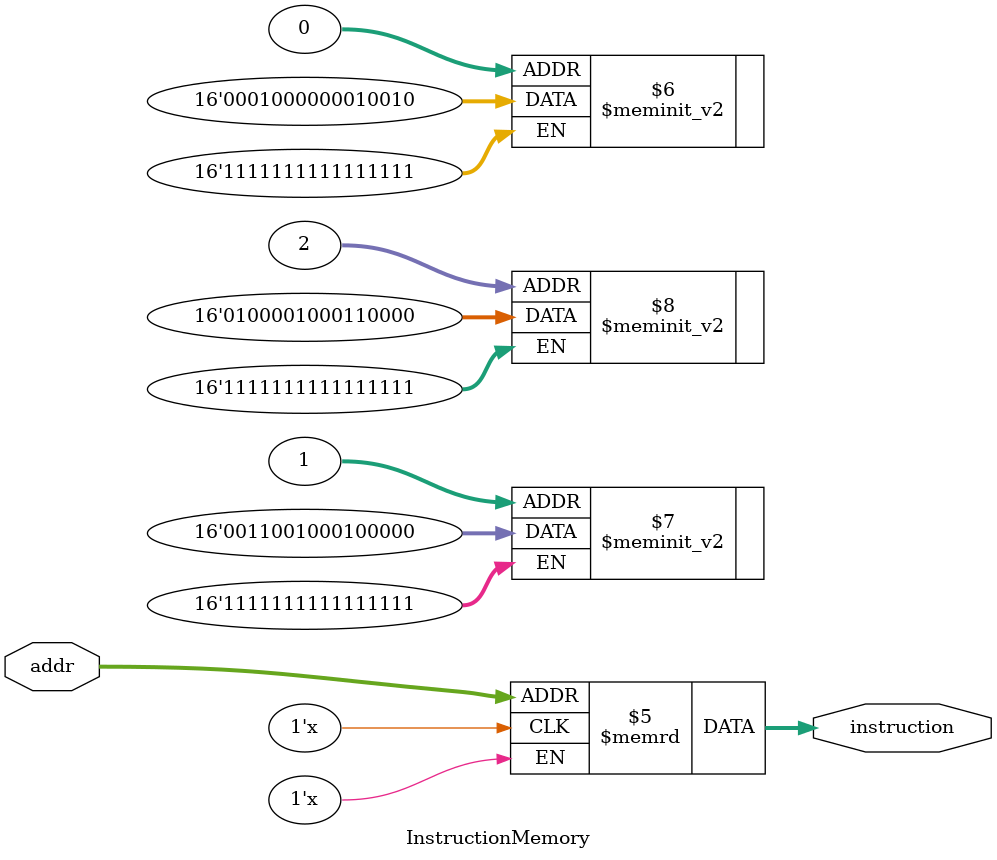
<source format=v>
module InstructionMemory (addr, instruction);
input [7:0] addr;
output reg [15:0] instruction;

reg [15:0] memory [0:255]; // instruction memory size (256 words, 16-bit)

initial begin 
    // Example instructions
    memory[0] = 16'b0001_0000_0001_0010; // ADD A, B
    memory[1] = 16'b0011_0010_0010_0000; // SUBTRACT (result, B)
    memory[2] = 16'b0100_0010_0011_0000; // AND (result, B)
end

always @(*) begin 
    instruction = memory[addr];
end

endmodule

</source>
